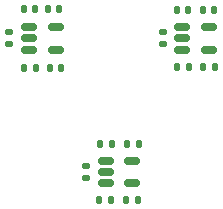
<source format=gbr>
%TF.GenerationSoftware,KiCad,Pcbnew,8.0.8-8.0.8-0~ubuntu22.04.1*%
%TF.CreationDate,2025-03-19T12:34:01-04:00*%
%TF.ProjectId,hpk_5mm,68706b5f-356d-46d2-9e6b-696361645f70,rev?*%
%TF.SameCoordinates,Original*%
%TF.FileFunction,Paste,Top*%
%TF.FilePolarity,Positive*%
%FSLAX46Y46*%
G04 Gerber Fmt 4.6, Leading zero omitted, Abs format (unit mm)*
G04 Created by KiCad (PCBNEW 8.0.8-8.0.8-0~ubuntu22.04.1) date 2025-03-19 12:34:01*
%MOMM*%
%LPD*%
G01*
G04 APERTURE LIST*
G04 Aperture macros list*
%AMRoundRect*
0 Rectangle with rounded corners*
0 $1 Rounding radius*
0 $2 $3 $4 $5 $6 $7 $8 $9 X,Y pos of 4 corners*
0 Add a 4 corners polygon primitive as box body*
4,1,4,$2,$3,$4,$5,$6,$7,$8,$9,$2,$3,0*
0 Add four circle primitives for the rounded corners*
1,1,$1+$1,$2,$3*
1,1,$1+$1,$4,$5*
1,1,$1+$1,$6,$7*
1,1,$1+$1,$8,$9*
0 Add four rect primitives between the rounded corners*
20,1,$1+$1,$2,$3,$4,$5,0*
20,1,$1+$1,$4,$5,$6,$7,0*
20,1,$1+$1,$6,$7,$8,$9,0*
20,1,$1+$1,$8,$9,$2,$3,0*%
G04 Aperture macros list end*
%ADD10RoundRect,0.135000X-0.185000X0.135000X-0.185000X-0.135000X0.185000X-0.135000X0.185000X0.135000X0*%
%ADD11RoundRect,0.140000X0.140000X0.170000X-0.140000X0.170000X-0.140000X-0.170000X0.140000X-0.170000X0*%
%ADD12RoundRect,0.140000X-0.140000X-0.170000X0.140000X-0.170000X0.140000X0.170000X-0.140000X0.170000X0*%
%ADD13RoundRect,0.150000X-0.512500X-0.150000X0.512500X-0.150000X0.512500X0.150000X-0.512500X0.150000X0*%
%ADD14RoundRect,0.135000X0.135000X0.185000X-0.135000X0.185000X-0.135000X-0.185000X0.135000X-0.185000X0*%
%ADD15RoundRect,0.135000X-0.135000X-0.185000X0.135000X-0.185000X0.135000X0.185000X-0.135000X0.185000X0*%
G04 APERTURE END LIST*
D10*
%TO.C,R12*%
X143700000Y-80790000D03*
X143700000Y-81810000D03*
%TD*%
D11*
%TO.C,C2*%
X141460000Y-67500000D03*
X140500000Y-67500000D03*
%TD*%
D10*
%TO.C,R8*%
X150200000Y-69490000D03*
X150200000Y-70510000D03*
%TD*%
D12*
%TO.C,C4*%
X138420000Y-67500000D03*
X139380000Y-67500000D03*
%TD*%
D13*
%TO.C,U2*%
X151862500Y-69050000D03*
X151862500Y-70000000D03*
X151862500Y-70950000D03*
X154137500Y-70950000D03*
X154137500Y-69050000D03*
%TD*%
%TO.C,U3*%
X145362500Y-80350000D03*
X145362500Y-81300000D03*
X145362500Y-82250000D03*
X147637500Y-82250000D03*
X147637500Y-80350000D03*
%TD*%
D14*
%TO.C,R3*%
X139510000Y-72500000D03*
X138490000Y-72500000D03*
%TD*%
D12*
%TO.C,C6*%
X153620000Y-67600000D03*
X154580000Y-67600000D03*
%TD*%
%TO.C,C8*%
X151420000Y-67600000D03*
X152380000Y-67600000D03*
%TD*%
%TO.C,C11*%
X147120000Y-83700000D03*
X148080000Y-83700000D03*
%TD*%
%TO.C,C10*%
X147220000Y-78900000D03*
X148180000Y-78900000D03*
%TD*%
D15*
%TO.C,R11*%
X144790000Y-83700000D03*
X145810000Y-83700000D03*
%TD*%
D12*
%TO.C,C3*%
X140640000Y-72500000D03*
X141600000Y-72500000D03*
%TD*%
D15*
%TO.C,R7*%
X151380000Y-72400000D03*
X152400000Y-72400000D03*
%TD*%
D12*
%TO.C,C7*%
X153640000Y-72400000D03*
X154600000Y-72400000D03*
%TD*%
%TO.C,C12*%
X144920000Y-78900000D03*
X145880000Y-78900000D03*
%TD*%
D10*
%TO.C,R4*%
X137200000Y-69490000D03*
X137200000Y-70510000D03*
%TD*%
D13*
%TO.C,U1*%
X138862500Y-69050000D03*
X138862500Y-70000000D03*
X138862500Y-70950000D03*
X141137500Y-70950000D03*
X141137500Y-69050000D03*
%TD*%
M02*

</source>
